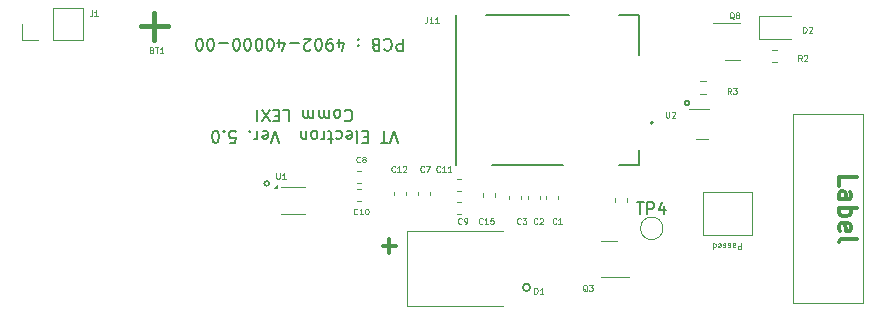
<source format=gbr>
%TF.GenerationSoftware,KiCad,Pcbnew,8.0.5*%
%TF.CreationDate,2024-09-13T15:02:39+03:00*%
%TF.ProjectId,LEXI-R422,4c455849-2d52-4343-9232-2e6b69636164,rev?*%
%TF.SameCoordinates,Original*%
%TF.FileFunction,Legend,Top*%
%TF.FilePolarity,Positive*%
%FSLAX46Y46*%
G04 Gerber Fmt 4.6, Leading zero omitted, Abs format (unit mm)*
G04 Created by KiCad (PCBNEW 8.0.5) date 2024-09-13 15:02:39*
%MOMM*%
%LPD*%
G01*
G04 APERTURE LIST*
%ADD10C,0.200000*%
%ADD11C,0.100000*%
%ADD12C,0.300000*%
%ADD13C,0.150000*%
%ADD14C,0.450000*%
%ADD15C,0.120000*%
%ADD16C,0.127000*%
G04 APERTURE END LIST*
D10*
X60000000Y14400000D02*
G75*
G02*
X59600000Y14400000I-200000J0D01*
G01*
X59600000Y14400000D02*
G75*
G02*
X60000000Y14400000I200000J0D01*
G01*
X46510047Y-1200000D02*
G75*
G02*
X45889953Y-1200000I-310047J0D01*
G01*
X45889953Y-1200000D02*
G75*
G02*
X46510047Y-1200000I310047J0D01*
G01*
X24400000Y7600000D02*
G75*
G02*
X24000000Y7600000I-200000J0D01*
G01*
X24000000Y7600000D02*
G75*
G02*
X24400000Y7600000I200000J0D01*
G01*
D11*
X61137800Y6858000D02*
X65252600Y6858000D01*
X65252600Y3200400D01*
X61137800Y3200400D01*
X61137800Y6858000D01*
D10*
X35738094Y19852219D02*
X35738094Y18852219D01*
X35738094Y18852219D02*
X35357142Y18852219D01*
X35357142Y18852219D02*
X35261904Y18899838D01*
X35261904Y18899838D02*
X35214285Y18947457D01*
X35214285Y18947457D02*
X35166666Y19042695D01*
X35166666Y19042695D02*
X35166666Y19185552D01*
X35166666Y19185552D02*
X35214285Y19280790D01*
X35214285Y19280790D02*
X35261904Y19328409D01*
X35261904Y19328409D02*
X35357142Y19376028D01*
X35357142Y19376028D02*
X35738094Y19376028D01*
X34166666Y19756980D02*
X34214285Y19804600D01*
X34214285Y19804600D02*
X34357142Y19852219D01*
X34357142Y19852219D02*
X34452380Y19852219D01*
X34452380Y19852219D02*
X34595237Y19804600D01*
X34595237Y19804600D02*
X34690475Y19709361D01*
X34690475Y19709361D02*
X34738094Y19614123D01*
X34738094Y19614123D02*
X34785713Y19423647D01*
X34785713Y19423647D02*
X34785713Y19280790D01*
X34785713Y19280790D02*
X34738094Y19090314D01*
X34738094Y19090314D02*
X34690475Y18995076D01*
X34690475Y18995076D02*
X34595237Y18899838D01*
X34595237Y18899838D02*
X34452380Y18852219D01*
X34452380Y18852219D02*
X34357142Y18852219D01*
X34357142Y18852219D02*
X34214285Y18899838D01*
X34214285Y18899838D02*
X34166666Y18947457D01*
X33404761Y19328409D02*
X33261904Y19376028D01*
X33261904Y19376028D02*
X33214285Y19423647D01*
X33214285Y19423647D02*
X33166666Y19518885D01*
X33166666Y19518885D02*
X33166666Y19661742D01*
X33166666Y19661742D02*
X33214285Y19756980D01*
X33214285Y19756980D02*
X33261904Y19804600D01*
X33261904Y19804600D02*
X33357142Y19852219D01*
X33357142Y19852219D02*
X33738094Y19852219D01*
X33738094Y19852219D02*
X33738094Y18852219D01*
X33738094Y18852219D02*
X33404761Y18852219D01*
X33404761Y18852219D02*
X33309523Y18899838D01*
X33309523Y18899838D02*
X33261904Y18947457D01*
X33261904Y18947457D02*
X33214285Y19042695D01*
X33214285Y19042695D02*
X33214285Y19137933D01*
X33214285Y19137933D02*
X33261904Y19233171D01*
X33261904Y19233171D02*
X33309523Y19280790D01*
X33309523Y19280790D02*
X33404761Y19328409D01*
X33404761Y19328409D02*
X33738094Y19328409D01*
X31976189Y19756980D02*
X31928570Y19804600D01*
X31928570Y19804600D02*
X31976189Y19852219D01*
X31976189Y19852219D02*
X32023808Y19804600D01*
X32023808Y19804600D02*
X31976189Y19756980D01*
X31976189Y19756980D02*
X31976189Y19852219D01*
X31976189Y19233171D02*
X31928570Y19280790D01*
X31928570Y19280790D02*
X31976189Y19328409D01*
X31976189Y19328409D02*
X32023808Y19280790D01*
X32023808Y19280790D02*
X31976189Y19233171D01*
X31976189Y19233171D02*
X31976189Y19328409D01*
X30309523Y19185552D02*
X30309523Y19852219D01*
X30547618Y18804600D02*
X30785713Y19518885D01*
X30785713Y19518885D02*
X30166666Y19518885D01*
X29738094Y19852219D02*
X29547618Y19852219D01*
X29547618Y19852219D02*
X29452380Y19804600D01*
X29452380Y19804600D02*
X29404761Y19756980D01*
X29404761Y19756980D02*
X29309523Y19614123D01*
X29309523Y19614123D02*
X29261904Y19423647D01*
X29261904Y19423647D02*
X29261904Y19042695D01*
X29261904Y19042695D02*
X29309523Y18947457D01*
X29309523Y18947457D02*
X29357142Y18899838D01*
X29357142Y18899838D02*
X29452380Y18852219D01*
X29452380Y18852219D02*
X29642856Y18852219D01*
X29642856Y18852219D02*
X29738094Y18899838D01*
X29738094Y18899838D02*
X29785713Y18947457D01*
X29785713Y18947457D02*
X29833332Y19042695D01*
X29833332Y19042695D02*
X29833332Y19280790D01*
X29833332Y19280790D02*
X29785713Y19376028D01*
X29785713Y19376028D02*
X29738094Y19423647D01*
X29738094Y19423647D02*
X29642856Y19471266D01*
X29642856Y19471266D02*
X29452380Y19471266D01*
X29452380Y19471266D02*
X29357142Y19423647D01*
X29357142Y19423647D02*
X29309523Y19376028D01*
X29309523Y19376028D02*
X29261904Y19280790D01*
X28642856Y18852219D02*
X28547618Y18852219D01*
X28547618Y18852219D02*
X28452380Y18899838D01*
X28452380Y18899838D02*
X28404761Y18947457D01*
X28404761Y18947457D02*
X28357142Y19042695D01*
X28357142Y19042695D02*
X28309523Y19233171D01*
X28309523Y19233171D02*
X28309523Y19471266D01*
X28309523Y19471266D02*
X28357142Y19661742D01*
X28357142Y19661742D02*
X28404761Y19756980D01*
X28404761Y19756980D02*
X28452380Y19804600D01*
X28452380Y19804600D02*
X28547618Y19852219D01*
X28547618Y19852219D02*
X28642856Y19852219D01*
X28642856Y19852219D02*
X28738094Y19804600D01*
X28738094Y19804600D02*
X28785713Y19756980D01*
X28785713Y19756980D02*
X28833332Y19661742D01*
X28833332Y19661742D02*
X28880951Y19471266D01*
X28880951Y19471266D02*
X28880951Y19233171D01*
X28880951Y19233171D02*
X28833332Y19042695D01*
X28833332Y19042695D02*
X28785713Y18947457D01*
X28785713Y18947457D02*
X28738094Y18899838D01*
X28738094Y18899838D02*
X28642856Y18852219D01*
X27928570Y18947457D02*
X27880951Y18899838D01*
X27880951Y18899838D02*
X27785713Y18852219D01*
X27785713Y18852219D02*
X27547618Y18852219D01*
X27547618Y18852219D02*
X27452380Y18899838D01*
X27452380Y18899838D02*
X27404761Y18947457D01*
X27404761Y18947457D02*
X27357142Y19042695D01*
X27357142Y19042695D02*
X27357142Y19137933D01*
X27357142Y19137933D02*
X27404761Y19280790D01*
X27404761Y19280790D02*
X27976189Y19852219D01*
X27976189Y19852219D02*
X27357142Y19852219D01*
X26928570Y19471266D02*
X26166666Y19471266D01*
X25261904Y19185552D02*
X25261904Y19852219D01*
X25499999Y18804600D02*
X25738094Y19518885D01*
X25738094Y19518885D02*
X25119047Y19518885D01*
X24547618Y18852219D02*
X24452380Y18852219D01*
X24452380Y18852219D02*
X24357142Y18899838D01*
X24357142Y18899838D02*
X24309523Y18947457D01*
X24309523Y18947457D02*
X24261904Y19042695D01*
X24261904Y19042695D02*
X24214285Y19233171D01*
X24214285Y19233171D02*
X24214285Y19471266D01*
X24214285Y19471266D02*
X24261904Y19661742D01*
X24261904Y19661742D02*
X24309523Y19756980D01*
X24309523Y19756980D02*
X24357142Y19804600D01*
X24357142Y19804600D02*
X24452380Y19852219D01*
X24452380Y19852219D02*
X24547618Y19852219D01*
X24547618Y19852219D02*
X24642856Y19804600D01*
X24642856Y19804600D02*
X24690475Y19756980D01*
X24690475Y19756980D02*
X24738094Y19661742D01*
X24738094Y19661742D02*
X24785713Y19471266D01*
X24785713Y19471266D02*
X24785713Y19233171D01*
X24785713Y19233171D02*
X24738094Y19042695D01*
X24738094Y19042695D02*
X24690475Y18947457D01*
X24690475Y18947457D02*
X24642856Y18899838D01*
X24642856Y18899838D02*
X24547618Y18852219D01*
X23595237Y18852219D02*
X23499999Y18852219D01*
X23499999Y18852219D02*
X23404761Y18899838D01*
X23404761Y18899838D02*
X23357142Y18947457D01*
X23357142Y18947457D02*
X23309523Y19042695D01*
X23309523Y19042695D02*
X23261904Y19233171D01*
X23261904Y19233171D02*
X23261904Y19471266D01*
X23261904Y19471266D02*
X23309523Y19661742D01*
X23309523Y19661742D02*
X23357142Y19756980D01*
X23357142Y19756980D02*
X23404761Y19804600D01*
X23404761Y19804600D02*
X23499999Y19852219D01*
X23499999Y19852219D02*
X23595237Y19852219D01*
X23595237Y19852219D02*
X23690475Y19804600D01*
X23690475Y19804600D02*
X23738094Y19756980D01*
X23738094Y19756980D02*
X23785713Y19661742D01*
X23785713Y19661742D02*
X23833332Y19471266D01*
X23833332Y19471266D02*
X23833332Y19233171D01*
X23833332Y19233171D02*
X23785713Y19042695D01*
X23785713Y19042695D02*
X23738094Y18947457D01*
X23738094Y18947457D02*
X23690475Y18899838D01*
X23690475Y18899838D02*
X23595237Y18852219D01*
X22642856Y18852219D02*
X22547618Y18852219D01*
X22547618Y18852219D02*
X22452380Y18899838D01*
X22452380Y18899838D02*
X22404761Y18947457D01*
X22404761Y18947457D02*
X22357142Y19042695D01*
X22357142Y19042695D02*
X22309523Y19233171D01*
X22309523Y19233171D02*
X22309523Y19471266D01*
X22309523Y19471266D02*
X22357142Y19661742D01*
X22357142Y19661742D02*
X22404761Y19756980D01*
X22404761Y19756980D02*
X22452380Y19804600D01*
X22452380Y19804600D02*
X22547618Y19852219D01*
X22547618Y19852219D02*
X22642856Y19852219D01*
X22642856Y19852219D02*
X22738094Y19804600D01*
X22738094Y19804600D02*
X22785713Y19756980D01*
X22785713Y19756980D02*
X22833332Y19661742D01*
X22833332Y19661742D02*
X22880951Y19471266D01*
X22880951Y19471266D02*
X22880951Y19233171D01*
X22880951Y19233171D02*
X22833332Y19042695D01*
X22833332Y19042695D02*
X22785713Y18947457D01*
X22785713Y18947457D02*
X22738094Y18899838D01*
X22738094Y18899838D02*
X22642856Y18852219D01*
X21690475Y18852219D02*
X21595237Y18852219D01*
X21595237Y18852219D02*
X21499999Y18899838D01*
X21499999Y18899838D02*
X21452380Y18947457D01*
X21452380Y18947457D02*
X21404761Y19042695D01*
X21404761Y19042695D02*
X21357142Y19233171D01*
X21357142Y19233171D02*
X21357142Y19471266D01*
X21357142Y19471266D02*
X21404761Y19661742D01*
X21404761Y19661742D02*
X21452380Y19756980D01*
X21452380Y19756980D02*
X21499999Y19804600D01*
X21499999Y19804600D02*
X21595237Y19852219D01*
X21595237Y19852219D02*
X21690475Y19852219D01*
X21690475Y19852219D02*
X21785713Y19804600D01*
X21785713Y19804600D02*
X21833332Y19756980D01*
X21833332Y19756980D02*
X21880951Y19661742D01*
X21880951Y19661742D02*
X21928570Y19471266D01*
X21928570Y19471266D02*
X21928570Y19233171D01*
X21928570Y19233171D02*
X21880951Y19042695D01*
X21880951Y19042695D02*
X21833332Y18947457D01*
X21833332Y18947457D02*
X21785713Y18899838D01*
X21785713Y18899838D02*
X21690475Y18852219D01*
X20928570Y19471266D02*
X20166666Y19471266D01*
X19499999Y18852219D02*
X19404761Y18852219D01*
X19404761Y18852219D02*
X19309523Y18899838D01*
X19309523Y18899838D02*
X19261904Y18947457D01*
X19261904Y18947457D02*
X19214285Y19042695D01*
X19214285Y19042695D02*
X19166666Y19233171D01*
X19166666Y19233171D02*
X19166666Y19471266D01*
X19166666Y19471266D02*
X19214285Y19661742D01*
X19214285Y19661742D02*
X19261904Y19756980D01*
X19261904Y19756980D02*
X19309523Y19804600D01*
X19309523Y19804600D02*
X19404761Y19852219D01*
X19404761Y19852219D02*
X19499999Y19852219D01*
X19499999Y19852219D02*
X19595237Y19804600D01*
X19595237Y19804600D02*
X19642856Y19756980D01*
X19642856Y19756980D02*
X19690475Y19661742D01*
X19690475Y19661742D02*
X19738094Y19471266D01*
X19738094Y19471266D02*
X19738094Y19233171D01*
X19738094Y19233171D02*
X19690475Y19042695D01*
X19690475Y19042695D02*
X19642856Y18947457D01*
X19642856Y18947457D02*
X19595237Y18899838D01*
X19595237Y18899838D02*
X19499999Y18852219D01*
X18547618Y18852219D02*
X18452380Y18852219D01*
X18452380Y18852219D02*
X18357142Y18899838D01*
X18357142Y18899838D02*
X18309523Y18947457D01*
X18309523Y18947457D02*
X18261904Y19042695D01*
X18261904Y19042695D02*
X18214285Y19233171D01*
X18214285Y19233171D02*
X18214285Y19471266D01*
X18214285Y19471266D02*
X18261904Y19661742D01*
X18261904Y19661742D02*
X18309523Y19756980D01*
X18309523Y19756980D02*
X18357142Y19804600D01*
X18357142Y19804600D02*
X18452380Y19852219D01*
X18452380Y19852219D02*
X18547618Y19852219D01*
X18547618Y19852219D02*
X18642856Y19804600D01*
X18642856Y19804600D02*
X18690475Y19756980D01*
X18690475Y19756980D02*
X18738094Y19661742D01*
X18738094Y19661742D02*
X18785713Y19471266D01*
X18785713Y19471266D02*
X18785713Y19233171D01*
X18785713Y19233171D02*
X18738094Y19042695D01*
X18738094Y19042695D02*
X18690475Y18947457D01*
X18690475Y18947457D02*
X18642856Y18899838D01*
X18642856Y18899838D02*
X18547618Y18852219D01*
X35304762Y11052219D02*
X34971429Y12052219D01*
X34971429Y12052219D02*
X34638096Y11052219D01*
X34447619Y11052219D02*
X33876191Y11052219D01*
X34161905Y12052219D02*
X34161905Y11052219D01*
X32780952Y11528409D02*
X32447619Y11528409D01*
X32304762Y12052219D02*
X32780952Y12052219D01*
X32780952Y12052219D02*
X32780952Y11052219D01*
X32780952Y11052219D02*
X32304762Y11052219D01*
X31733333Y12052219D02*
X31828571Y12004600D01*
X31828571Y12004600D02*
X31876190Y11909361D01*
X31876190Y11909361D02*
X31876190Y11052219D01*
X30971428Y12004600D02*
X31066666Y12052219D01*
X31066666Y12052219D02*
X31257142Y12052219D01*
X31257142Y12052219D02*
X31352380Y12004600D01*
X31352380Y12004600D02*
X31399999Y11909361D01*
X31399999Y11909361D02*
X31399999Y11528409D01*
X31399999Y11528409D02*
X31352380Y11433171D01*
X31352380Y11433171D02*
X31257142Y11385552D01*
X31257142Y11385552D02*
X31066666Y11385552D01*
X31066666Y11385552D02*
X30971428Y11433171D01*
X30971428Y11433171D02*
X30923809Y11528409D01*
X30923809Y11528409D02*
X30923809Y11623647D01*
X30923809Y11623647D02*
X31399999Y11718885D01*
X30066666Y12004600D02*
X30161904Y12052219D01*
X30161904Y12052219D02*
X30352380Y12052219D01*
X30352380Y12052219D02*
X30447618Y12004600D01*
X30447618Y12004600D02*
X30495237Y11956980D01*
X30495237Y11956980D02*
X30542856Y11861742D01*
X30542856Y11861742D02*
X30542856Y11576028D01*
X30542856Y11576028D02*
X30495237Y11480790D01*
X30495237Y11480790D02*
X30447618Y11433171D01*
X30447618Y11433171D02*
X30352380Y11385552D01*
X30352380Y11385552D02*
X30161904Y11385552D01*
X30161904Y11385552D02*
X30066666Y11433171D01*
X29780951Y11385552D02*
X29399999Y11385552D01*
X29638094Y11052219D02*
X29638094Y11909361D01*
X29638094Y11909361D02*
X29590475Y12004600D01*
X29590475Y12004600D02*
X29495237Y12052219D01*
X29495237Y12052219D02*
X29399999Y12052219D01*
X29066665Y12052219D02*
X29066665Y11385552D01*
X29066665Y11576028D02*
X29019046Y11480790D01*
X29019046Y11480790D02*
X28971427Y11433171D01*
X28971427Y11433171D02*
X28876189Y11385552D01*
X28876189Y11385552D02*
X28780951Y11385552D01*
X28304760Y12052219D02*
X28399998Y12004600D01*
X28399998Y12004600D02*
X28447617Y11956980D01*
X28447617Y11956980D02*
X28495236Y11861742D01*
X28495236Y11861742D02*
X28495236Y11576028D01*
X28495236Y11576028D02*
X28447617Y11480790D01*
X28447617Y11480790D02*
X28399998Y11433171D01*
X28399998Y11433171D02*
X28304760Y11385552D01*
X28304760Y11385552D02*
X28161903Y11385552D01*
X28161903Y11385552D02*
X28066665Y11433171D01*
X28066665Y11433171D02*
X28019046Y11480790D01*
X28019046Y11480790D02*
X27971427Y11576028D01*
X27971427Y11576028D02*
X27971427Y11861742D01*
X27971427Y11861742D02*
X28019046Y11956980D01*
X28019046Y11956980D02*
X28066665Y12004600D01*
X28066665Y12004600D02*
X28161903Y12052219D01*
X28161903Y12052219D02*
X28304760Y12052219D01*
X27542855Y11385552D02*
X27542855Y12052219D01*
X27542855Y11480790D02*
X27495236Y11433171D01*
X27495236Y11433171D02*
X27399998Y11385552D01*
X27399998Y11385552D02*
X27257141Y11385552D01*
X27257141Y11385552D02*
X27161903Y11433171D01*
X27161903Y11433171D02*
X27114284Y11528409D01*
X27114284Y11528409D02*
X27114284Y12052219D01*
X25257140Y11052219D02*
X24923807Y12052219D01*
X24923807Y12052219D02*
X24590474Y11052219D01*
X23876188Y12004600D02*
X23971426Y12052219D01*
X23971426Y12052219D02*
X24161902Y12052219D01*
X24161902Y12052219D02*
X24257140Y12004600D01*
X24257140Y12004600D02*
X24304759Y11909361D01*
X24304759Y11909361D02*
X24304759Y11528409D01*
X24304759Y11528409D02*
X24257140Y11433171D01*
X24257140Y11433171D02*
X24161902Y11385552D01*
X24161902Y11385552D02*
X23971426Y11385552D01*
X23971426Y11385552D02*
X23876188Y11433171D01*
X23876188Y11433171D02*
X23828569Y11528409D01*
X23828569Y11528409D02*
X23828569Y11623647D01*
X23828569Y11623647D02*
X24304759Y11718885D01*
X23399997Y12052219D02*
X23399997Y11385552D01*
X23399997Y11576028D02*
X23352378Y11480790D01*
X23352378Y11480790D02*
X23304759Y11433171D01*
X23304759Y11433171D02*
X23209521Y11385552D01*
X23209521Y11385552D02*
X23114283Y11385552D01*
X22780949Y11956980D02*
X22733330Y12004600D01*
X22733330Y12004600D02*
X22780949Y12052219D01*
X22780949Y12052219D02*
X22828568Y12004600D01*
X22828568Y12004600D02*
X22780949Y11956980D01*
X22780949Y11956980D02*
X22780949Y12052219D01*
X21066664Y11052219D02*
X21542854Y11052219D01*
X21542854Y11052219D02*
X21590473Y11528409D01*
X21590473Y11528409D02*
X21542854Y11480790D01*
X21542854Y11480790D02*
X21447616Y11433171D01*
X21447616Y11433171D02*
X21209521Y11433171D01*
X21209521Y11433171D02*
X21114283Y11480790D01*
X21114283Y11480790D02*
X21066664Y11528409D01*
X21066664Y11528409D02*
X21019045Y11623647D01*
X21019045Y11623647D02*
X21019045Y11861742D01*
X21019045Y11861742D02*
X21066664Y11956980D01*
X21066664Y11956980D02*
X21114283Y12004600D01*
X21114283Y12004600D02*
X21209521Y12052219D01*
X21209521Y12052219D02*
X21447616Y12052219D01*
X21447616Y12052219D02*
X21542854Y12004600D01*
X21542854Y12004600D02*
X21590473Y11956980D01*
X20590473Y11956980D02*
X20542854Y12004600D01*
X20542854Y12004600D02*
X20590473Y12052219D01*
X20590473Y12052219D02*
X20638092Y12004600D01*
X20638092Y12004600D02*
X20590473Y11956980D01*
X20590473Y11956980D02*
X20590473Y12052219D01*
X19923807Y11052219D02*
X19828569Y11052219D01*
X19828569Y11052219D02*
X19733331Y11099838D01*
X19733331Y11099838D02*
X19685712Y11147457D01*
X19685712Y11147457D02*
X19638093Y11242695D01*
X19638093Y11242695D02*
X19590474Y11433171D01*
X19590474Y11433171D02*
X19590474Y11671266D01*
X19590474Y11671266D02*
X19638093Y11861742D01*
X19638093Y11861742D02*
X19685712Y11956980D01*
X19685712Y11956980D02*
X19733331Y12004600D01*
X19733331Y12004600D02*
X19828569Y12052219D01*
X19828569Y12052219D02*
X19923807Y12052219D01*
X19923807Y12052219D02*
X20019045Y12004600D01*
X20019045Y12004600D02*
X20066664Y11956980D01*
X20066664Y11956980D02*
X20114283Y11861742D01*
X20114283Y11861742D02*
X20161902Y11671266D01*
X20161902Y11671266D02*
X20161902Y11433171D01*
X20161902Y11433171D02*
X20114283Y11242695D01*
X20114283Y11242695D02*
X20066664Y11147457D01*
X20066664Y11147457D02*
X20019045Y11099838D01*
X20019045Y11099838D02*
X19923807Y11052219D01*
D12*
X72651471Y7389571D02*
X72651471Y8103857D01*
X72651471Y8103857D02*
X74151471Y8103857D01*
X72651471Y6246714D02*
X73437185Y6246714D01*
X73437185Y6246714D02*
X73580042Y6318142D01*
X73580042Y6318142D02*
X73651471Y6460999D01*
X73651471Y6460999D02*
X73651471Y6746714D01*
X73651471Y6746714D02*
X73580042Y6889571D01*
X72722900Y6246714D02*
X72651471Y6389571D01*
X72651471Y6389571D02*
X72651471Y6746714D01*
X72651471Y6746714D02*
X72722900Y6889571D01*
X72722900Y6889571D02*
X72865757Y6960999D01*
X72865757Y6960999D02*
X73008614Y6960999D01*
X73008614Y6960999D02*
X73151471Y6889571D01*
X73151471Y6889571D02*
X73222900Y6746714D01*
X73222900Y6746714D02*
X73222900Y6389571D01*
X73222900Y6389571D02*
X73294328Y6246714D01*
X72651471Y5532428D02*
X74151471Y5532428D01*
X73580042Y5532428D02*
X73651471Y5389571D01*
X73651471Y5389571D02*
X73651471Y5103856D01*
X73651471Y5103856D02*
X73580042Y4960999D01*
X73580042Y4960999D02*
X73508614Y4889571D01*
X73508614Y4889571D02*
X73365757Y4818142D01*
X73365757Y4818142D02*
X72937185Y4818142D01*
X72937185Y4818142D02*
X72794328Y4889571D01*
X72794328Y4889571D02*
X72722900Y4960999D01*
X72722900Y4960999D02*
X72651471Y5103856D01*
X72651471Y5103856D02*
X72651471Y5389571D01*
X72651471Y5389571D02*
X72722900Y5532428D01*
X72722900Y3603856D02*
X72651471Y3746713D01*
X72651471Y3746713D02*
X72651471Y4032428D01*
X72651471Y4032428D02*
X72722900Y4175285D01*
X72722900Y4175285D02*
X72865757Y4246713D01*
X72865757Y4246713D02*
X73437185Y4246713D01*
X73437185Y4246713D02*
X73580042Y4175285D01*
X73580042Y4175285D02*
X73651471Y4032428D01*
X73651471Y4032428D02*
X73651471Y3746713D01*
X73651471Y3746713D02*
X73580042Y3603856D01*
X73580042Y3603856D02*
X73437185Y3532428D01*
X73437185Y3532428D02*
X73294328Y3532428D01*
X73294328Y3532428D02*
X73151471Y4246713D01*
X72651471Y2675285D02*
X72722900Y2818142D01*
X72722900Y2818142D02*
X72865757Y2889571D01*
X72865757Y2889571D02*
X74151471Y2889571D01*
D11*
X64372180Y2537509D02*
X64372180Y2037509D01*
X64372180Y2037509D02*
X64181704Y2037509D01*
X64181704Y2037509D02*
X64134085Y2061319D01*
X64134085Y2061319D02*
X64110275Y2085128D01*
X64110275Y2085128D02*
X64086466Y2132747D01*
X64086466Y2132747D02*
X64086466Y2204176D01*
X64086466Y2204176D02*
X64110275Y2251795D01*
X64110275Y2251795D02*
X64134085Y2275604D01*
X64134085Y2275604D02*
X64181704Y2299414D01*
X64181704Y2299414D02*
X64372180Y2299414D01*
X63657894Y2537509D02*
X63657894Y2275604D01*
X63657894Y2275604D02*
X63681704Y2227985D01*
X63681704Y2227985D02*
X63729323Y2204176D01*
X63729323Y2204176D02*
X63824561Y2204176D01*
X63824561Y2204176D02*
X63872180Y2227985D01*
X63657894Y2513700D02*
X63705513Y2537509D01*
X63705513Y2537509D02*
X63824561Y2537509D01*
X63824561Y2537509D02*
X63872180Y2513700D01*
X63872180Y2513700D02*
X63895989Y2466080D01*
X63895989Y2466080D02*
X63895989Y2418461D01*
X63895989Y2418461D02*
X63872180Y2370842D01*
X63872180Y2370842D02*
X63824561Y2347033D01*
X63824561Y2347033D02*
X63705513Y2347033D01*
X63705513Y2347033D02*
X63657894Y2323223D01*
X63443608Y2513700D02*
X63395989Y2537509D01*
X63395989Y2537509D02*
X63300751Y2537509D01*
X63300751Y2537509D02*
X63253132Y2513700D01*
X63253132Y2513700D02*
X63229323Y2466080D01*
X63229323Y2466080D02*
X63229323Y2442271D01*
X63229323Y2442271D02*
X63253132Y2394652D01*
X63253132Y2394652D02*
X63300751Y2370842D01*
X63300751Y2370842D02*
X63372180Y2370842D01*
X63372180Y2370842D02*
X63419799Y2347033D01*
X63419799Y2347033D02*
X63443608Y2299414D01*
X63443608Y2299414D02*
X63443608Y2275604D01*
X63443608Y2275604D02*
X63419799Y2227985D01*
X63419799Y2227985D02*
X63372180Y2204176D01*
X63372180Y2204176D02*
X63300751Y2204176D01*
X63300751Y2204176D02*
X63253132Y2227985D01*
X63038846Y2513700D02*
X62991227Y2537509D01*
X62991227Y2537509D02*
X62895989Y2537509D01*
X62895989Y2537509D02*
X62848370Y2513700D01*
X62848370Y2513700D02*
X62824561Y2466080D01*
X62824561Y2466080D02*
X62824561Y2442271D01*
X62824561Y2442271D02*
X62848370Y2394652D01*
X62848370Y2394652D02*
X62895989Y2370842D01*
X62895989Y2370842D02*
X62967418Y2370842D01*
X62967418Y2370842D02*
X63015037Y2347033D01*
X63015037Y2347033D02*
X63038846Y2299414D01*
X63038846Y2299414D02*
X63038846Y2275604D01*
X63038846Y2275604D02*
X63015037Y2227985D01*
X63015037Y2227985D02*
X62967418Y2204176D01*
X62967418Y2204176D02*
X62895989Y2204176D01*
X62895989Y2204176D02*
X62848370Y2227985D01*
X62419799Y2513700D02*
X62467418Y2537509D01*
X62467418Y2537509D02*
X62562656Y2537509D01*
X62562656Y2537509D02*
X62610275Y2513700D01*
X62610275Y2513700D02*
X62634084Y2466080D01*
X62634084Y2466080D02*
X62634084Y2275604D01*
X62634084Y2275604D02*
X62610275Y2227985D01*
X62610275Y2227985D02*
X62562656Y2204176D01*
X62562656Y2204176D02*
X62467418Y2204176D01*
X62467418Y2204176D02*
X62419799Y2227985D01*
X62419799Y2227985D02*
X62395989Y2275604D01*
X62395989Y2275604D02*
X62395989Y2323223D01*
X62395989Y2323223D02*
X62634084Y2370842D01*
X61967418Y2537509D02*
X61967418Y2037509D01*
X61967418Y2513700D02*
X62015037Y2537509D01*
X62015037Y2537509D02*
X62110275Y2537509D01*
X62110275Y2537509D02*
X62157894Y2513700D01*
X62157894Y2513700D02*
X62181704Y2489890D01*
X62181704Y2489890D02*
X62205513Y2442271D01*
X62205513Y2442271D02*
X62205513Y2299414D01*
X62205513Y2299414D02*
X62181704Y2251795D01*
X62181704Y2251795D02*
X62157894Y2227985D01*
X62157894Y2227985D02*
X62110275Y2204176D01*
X62110275Y2204176D02*
X62015037Y2204176D01*
X62015037Y2204176D02*
X61967418Y2227985D01*
D10*
X30828571Y13752008D02*
X30876190Y13799628D01*
X30876190Y13799628D02*
X31019047Y13847247D01*
X31019047Y13847247D02*
X31114285Y13847247D01*
X31114285Y13847247D02*
X31257142Y13799628D01*
X31257142Y13799628D02*
X31352380Y13704389D01*
X31352380Y13704389D02*
X31399999Y13609151D01*
X31399999Y13609151D02*
X31447618Y13418675D01*
X31447618Y13418675D02*
X31447618Y13275818D01*
X31447618Y13275818D02*
X31399999Y13085342D01*
X31399999Y13085342D02*
X31352380Y12990104D01*
X31352380Y12990104D02*
X31257142Y12894866D01*
X31257142Y12894866D02*
X31114285Y12847247D01*
X31114285Y12847247D02*
X31019047Y12847247D01*
X31019047Y12847247D02*
X30876190Y12894866D01*
X30876190Y12894866D02*
X30828571Y12942485D01*
X30257142Y13847247D02*
X30352380Y13799628D01*
X30352380Y13799628D02*
X30399999Y13752008D01*
X30399999Y13752008D02*
X30447618Y13656770D01*
X30447618Y13656770D02*
X30447618Y13371056D01*
X30447618Y13371056D02*
X30399999Y13275818D01*
X30399999Y13275818D02*
X30352380Y13228199D01*
X30352380Y13228199D02*
X30257142Y13180580D01*
X30257142Y13180580D02*
X30114285Y13180580D01*
X30114285Y13180580D02*
X30019047Y13228199D01*
X30019047Y13228199D02*
X29971428Y13275818D01*
X29971428Y13275818D02*
X29923809Y13371056D01*
X29923809Y13371056D02*
X29923809Y13656770D01*
X29923809Y13656770D02*
X29971428Y13752008D01*
X29971428Y13752008D02*
X30019047Y13799628D01*
X30019047Y13799628D02*
X30114285Y13847247D01*
X30114285Y13847247D02*
X30257142Y13847247D01*
X29495237Y13847247D02*
X29495237Y13180580D01*
X29495237Y13275818D02*
X29447618Y13228199D01*
X29447618Y13228199D02*
X29352380Y13180580D01*
X29352380Y13180580D02*
X29209523Y13180580D01*
X29209523Y13180580D02*
X29114285Y13228199D01*
X29114285Y13228199D02*
X29066666Y13323437D01*
X29066666Y13323437D02*
X29066666Y13847247D01*
X29066666Y13323437D02*
X29019047Y13228199D01*
X29019047Y13228199D02*
X28923809Y13180580D01*
X28923809Y13180580D02*
X28780952Y13180580D01*
X28780952Y13180580D02*
X28685713Y13228199D01*
X28685713Y13228199D02*
X28638094Y13323437D01*
X28638094Y13323437D02*
X28638094Y13847247D01*
X28161904Y13847247D02*
X28161904Y13180580D01*
X28161904Y13275818D02*
X28114285Y13228199D01*
X28114285Y13228199D02*
X28019047Y13180580D01*
X28019047Y13180580D02*
X27876190Y13180580D01*
X27876190Y13180580D02*
X27780952Y13228199D01*
X27780952Y13228199D02*
X27733333Y13323437D01*
X27733333Y13323437D02*
X27733333Y13847247D01*
X27733333Y13323437D02*
X27685714Y13228199D01*
X27685714Y13228199D02*
X27590476Y13180580D01*
X27590476Y13180580D02*
X27447619Y13180580D01*
X27447619Y13180580D02*
X27352380Y13228199D01*
X27352380Y13228199D02*
X27304761Y13323437D01*
X27304761Y13323437D02*
X27304761Y13847247D01*
X25590476Y13847247D02*
X26066666Y13847247D01*
X26066666Y13847247D02*
X26066666Y12847247D01*
X25257142Y13323437D02*
X24923809Y13323437D01*
X24780952Y13847247D02*
X25257142Y13847247D01*
X25257142Y13847247D02*
X25257142Y12847247D01*
X25257142Y12847247D02*
X24780952Y12847247D01*
X24447618Y12847247D02*
X23780952Y13847247D01*
X23780952Y12847247D02*
X24447618Y13847247D01*
X23399999Y13847247D02*
X23399999Y12847247D01*
D12*
X34028571Y2293100D02*
X35171429Y2293100D01*
X34600000Y1721671D02*
X34600000Y2864528D01*
D11*
X48716666Y4221509D02*
X48692857Y4197700D01*
X48692857Y4197700D02*
X48621428Y4173890D01*
X48621428Y4173890D02*
X48573809Y4173890D01*
X48573809Y4173890D02*
X48502381Y4197700D01*
X48502381Y4197700D02*
X48454762Y4245319D01*
X48454762Y4245319D02*
X48430952Y4292938D01*
X48430952Y4292938D02*
X48407143Y4388176D01*
X48407143Y4388176D02*
X48407143Y4459604D01*
X48407143Y4459604D02*
X48430952Y4554842D01*
X48430952Y4554842D02*
X48454762Y4602461D01*
X48454762Y4602461D02*
X48502381Y4650080D01*
X48502381Y4650080D02*
X48573809Y4673890D01*
X48573809Y4673890D02*
X48621428Y4673890D01*
X48621428Y4673890D02*
X48692857Y4650080D01*
X48692857Y4650080D02*
X48716666Y4626271D01*
X49192857Y4173890D02*
X48907143Y4173890D01*
X49050000Y4173890D02*
X49050000Y4673890D01*
X49050000Y4673890D02*
X49002381Y4602461D01*
X49002381Y4602461D02*
X48954762Y4554842D01*
X48954762Y4554842D02*
X48907143Y4531033D01*
X47116666Y4221509D02*
X47092857Y4197700D01*
X47092857Y4197700D02*
X47021428Y4173890D01*
X47021428Y4173890D02*
X46973809Y4173890D01*
X46973809Y4173890D02*
X46902381Y4197700D01*
X46902381Y4197700D02*
X46854762Y4245319D01*
X46854762Y4245319D02*
X46830952Y4292938D01*
X46830952Y4292938D02*
X46807143Y4388176D01*
X46807143Y4388176D02*
X46807143Y4459604D01*
X46807143Y4459604D02*
X46830952Y4554842D01*
X46830952Y4554842D02*
X46854762Y4602461D01*
X46854762Y4602461D02*
X46902381Y4650080D01*
X46902381Y4650080D02*
X46973809Y4673890D01*
X46973809Y4673890D02*
X47021428Y4673890D01*
X47021428Y4673890D02*
X47092857Y4650080D01*
X47092857Y4650080D02*
X47116666Y4626271D01*
X47307143Y4626271D02*
X47330952Y4650080D01*
X47330952Y4650080D02*
X47378571Y4673890D01*
X47378571Y4673890D02*
X47497619Y4673890D01*
X47497619Y4673890D02*
X47545238Y4650080D01*
X47545238Y4650080D02*
X47569047Y4626271D01*
X47569047Y4626271D02*
X47592857Y4578652D01*
X47592857Y4578652D02*
X47592857Y4531033D01*
X47592857Y4531033D02*
X47569047Y4459604D01*
X47569047Y4459604D02*
X47283333Y4173890D01*
X47283333Y4173890D02*
X47592857Y4173890D01*
X45716666Y4221509D02*
X45692857Y4197700D01*
X45692857Y4197700D02*
X45621428Y4173890D01*
X45621428Y4173890D02*
X45573809Y4173890D01*
X45573809Y4173890D02*
X45502381Y4197700D01*
X45502381Y4197700D02*
X45454762Y4245319D01*
X45454762Y4245319D02*
X45430952Y4292938D01*
X45430952Y4292938D02*
X45407143Y4388176D01*
X45407143Y4388176D02*
X45407143Y4459604D01*
X45407143Y4459604D02*
X45430952Y4554842D01*
X45430952Y4554842D02*
X45454762Y4602461D01*
X45454762Y4602461D02*
X45502381Y4650080D01*
X45502381Y4650080D02*
X45573809Y4673890D01*
X45573809Y4673890D02*
X45621428Y4673890D01*
X45621428Y4673890D02*
X45692857Y4650080D01*
X45692857Y4650080D02*
X45716666Y4626271D01*
X45883333Y4673890D02*
X46192857Y4673890D01*
X46192857Y4673890D02*
X46026190Y4483414D01*
X46026190Y4483414D02*
X46097619Y4483414D01*
X46097619Y4483414D02*
X46145238Y4459604D01*
X46145238Y4459604D02*
X46169047Y4435795D01*
X46169047Y4435795D02*
X46192857Y4388176D01*
X46192857Y4388176D02*
X46192857Y4269128D01*
X46192857Y4269128D02*
X46169047Y4221509D01*
X46169047Y4221509D02*
X46145238Y4197700D01*
X46145238Y4197700D02*
X46097619Y4173890D01*
X46097619Y4173890D02*
X45954762Y4173890D01*
X45954762Y4173890D02*
X45907143Y4197700D01*
X45907143Y4197700D02*
X45883333Y4221509D01*
X37516666Y8621509D02*
X37492857Y8597700D01*
X37492857Y8597700D02*
X37421428Y8573890D01*
X37421428Y8573890D02*
X37373809Y8573890D01*
X37373809Y8573890D02*
X37302381Y8597700D01*
X37302381Y8597700D02*
X37254762Y8645319D01*
X37254762Y8645319D02*
X37230952Y8692938D01*
X37230952Y8692938D02*
X37207143Y8788176D01*
X37207143Y8788176D02*
X37207143Y8859604D01*
X37207143Y8859604D02*
X37230952Y8954842D01*
X37230952Y8954842D02*
X37254762Y9002461D01*
X37254762Y9002461D02*
X37302381Y9050080D01*
X37302381Y9050080D02*
X37373809Y9073890D01*
X37373809Y9073890D02*
X37421428Y9073890D01*
X37421428Y9073890D02*
X37492857Y9050080D01*
X37492857Y9050080D02*
X37516666Y9026271D01*
X37683333Y9073890D02*
X38016666Y9073890D01*
X38016666Y9073890D02*
X37802381Y8573890D01*
X32116666Y9421509D02*
X32092857Y9397700D01*
X32092857Y9397700D02*
X32021428Y9373890D01*
X32021428Y9373890D02*
X31973809Y9373890D01*
X31973809Y9373890D02*
X31902381Y9397700D01*
X31902381Y9397700D02*
X31854762Y9445319D01*
X31854762Y9445319D02*
X31830952Y9492938D01*
X31830952Y9492938D02*
X31807143Y9588176D01*
X31807143Y9588176D02*
X31807143Y9659604D01*
X31807143Y9659604D02*
X31830952Y9754842D01*
X31830952Y9754842D02*
X31854762Y9802461D01*
X31854762Y9802461D02*
X31902381Y9850080D01*
X31902381Y9850080D02*
X31973809Y9873890D01*
X31973809Y9873890D02*
X32021428Y9873890D01*
X32021428Y9873890D02*
X32092857Y9850080D01*
X32092857Y9850080D02*
X32116666Y9826271D01*
X32402381Y9659604D02*
X32354762Y9683414D01*
X32354762Y9683414D02*
X32330952Y9707223D01*
X32330952Y9707223D02*
X32307143Y9754842D01*
X32307143Y9754842D02*
X32307143Y9778652D01*
X32307143Y9778652D02*
X32330952Y9826271D01*
X32330952Y9826271D02*
X32354762Y9850080D01*
X32354762Y9850080D02*
X32402381Y9873890D01*
X32402381Y9873890D02*
X32497619Y9873890D01*
X32497619Y9873890D02*
X32545238Y9850080D01*
X32545238Y9850080D02*
X32569047Y9826271D01*
X32569047Y9826271D02*
X32592857Y9778652D01*
X32592857Y9778652D02*
X32592857Y9754842D01*
X32592857Y9754842D02*
X32569047Y9707223D01*
X32569047Y9707223D02*
X32545238Y9683414D01*
X32545238Y9683414D02*
X32497619Y9659604D01*
X32497619Y9659604D02*
X32402381Y9659604D01*
X32402381Y9659604D02*
X32354762Y9635795D01*
X32354762Y9635795D02*
X32330952Y9611985D01*
X32330952Y9611985D02*
X32307143Y9564366D01*
X32307143Y9564366D02*
X32307143Y9469128D01*
X32307143Y9469128D02*
X32330952Y9421509D01*
X32330952Y9421509D02*
X32354762Y9397700D01*
X32354762Y9397700D02*
X32402381Y9373890D01*
X32402381Y9373890D02*
X32497619Y9373890D01*
X32497619Y9373890D02*
X32545238Y9397700D01*
X32545238Y9397700D02*
X32569047Y9421509D01*
X32569047Y9421509D02*
X32592857Y9469128D01*
X32592857Y9469128D02*
X32592857Y9564366D01*
X32592857Y9564366D02*
X32569047Y9611985D01*
X32569047Y9611985D02*
X32545238Y9635795D01*
X32545238Y9635795D02*
X32497619Y9659604D01*
X40716666Y4221509D02*
X40692857Y4197700D01*
X40692857Y4197700D02*
X40621428Y4173890D01*
X40621428Y4173890D02*
X40573809Y4173890D01*
X40573809Y4173890D02*
X40502381Y4197700D01*
X40502381Y4197700D02*
X40454762Y4245319D01*
X40454762Y4245319D02*
X40430952Y4292938D01*
X40430952Y4292938D02*
X40407143Y4388176D01*
X40407143Y4388176D02*
X40407143Y4459604D01*
X40407143Y4459604D02*
X40430952Y4554842D01*
X40430952Y4554842D02*
X40454762Y4602461D01*
X40454762Y4602461D02*
X40502381Y4650080D01*
X40502381Y4650080D02*
X40573809Y4673890D01*
X40573809Y4673890D02*
X40621428Y4673890D01*
X40621428Y4673890D02*
X40692857Y4650080D01*
X40692857Y4650080D02*
X40716666Y4626271D01*
X40954762Y4173890D02*
X41050000Y4173890D01*
X41050000Y4173890D02*
X41097619Y4197700D01*
X41097619Y4197700D02*
X41121428Y4221509D01*
X41121428Y4221509D02*
X41169047Y4292938D01*
X41169047Y4292938D02*
X41192857Y4388176D01*
X41192857Y4388176D02*
X41192857Y4578652D01*
X41192857Y4578652D02*
X41169047Y4626271D01*
X41169047Y4626271D02*
X41145238Y4650080D01*
X41145238Y4650080D02*
X41097619Y4673890D01*
X41097619Y4673890D02*
X41002381Y4673890D01*
X41002381Y4673890D02*
X40954762Y4650080D01*
X40954762Y4650080D02*
X40930952Y4626271D01*
X40930952Y4626271D02*
X40907143Y4578652D01*
X40907143Y4578652D02*
X40907143Y4459604D01*
X40907143Y4459604D02*
X40930952Y4411985D01*
X40930952Y4411985D02*
X40954762Y4388176D01*
X40954762Y4388176D02*
X41002381Y4364366D01*
X41002381Y4364366D02*
X41097619Y4364366D01*
X41097619Y4364366D02*
X41145238Y4388176D01*
X41145238Y4388176D02*
X41169047Y4411985D01*
X41169047Y4411985D02*
X41192857Y4459604D01*
X31878571Y5021509D02*
X31854762Y4997700D01*
X31854762Y4997700D02*
X31783333Y4973890D01*
X31783333Y4973890D02*
X31735714Y4973890D01*
X31735714Y4973890D02*
X31664286Y4997700D01*
X31664286Y4997700D02*
X31616667Y5045319D01*
X31616667Y5045319D02*
X31592857Y5092938D01*
X31592857Y5092938D02*
X31569048Y5188176D01*
X31569048Y5188176D02*
X31569048Y5259604D01*
X31569048Y5259604D02*
X31592857Y5354842D01*
X31592857Y5354842D02*
X31616667Y5402461D01*
X31616667Y5402461D02*
X31664286Y5450080D01*
X31664286Y5450080D02*
X31735714Y5473890D01*
X31735714Y5473890D02*
X31783333Y5473890D01*
X31783333Y5473890D02*
X31854762Y5450080D01*
X31854762Y5450080D02*
X31878571Y5426271D01*
X32354762Y4973890D02*
X32069048Y4973890D01*
X32211905Y4973890D02*
X32211905Y5473890D01*
X32211905Y5473890D02*
X32164286Y5402461D01*
X32164286Y5402461D02*
X32116667Y5354842D01*
X32116667Y5354842D02*
X32069048Y5331033D01*
X32664285Y5473890D02*
X32711904Y5473890D01*
X32711904Y5473890D02*
X32759523Y5450080D01*
X32759523Y5450080D02*
X32783333Y5426271D01*
X32783333Y5426271D02*
X32807142Y5378652D01*
X32807142Y5378652D02*
X32830952Y5283414D01*
X32830952Y5283414D02*
X32830952Y5164366D01*
X32830952Y5164366D02*
X32807142Y5069128D01*
X32807142Y5069128D02*
X32783333Y5021509D01*
X32783333Y5021509D02*
X32759523Y4997700D01*
X32759523Y4997700D02*
X32711904Y4973890D01*
X32711904Y4973890D02*
X32664285Y4973890D01*
X32664285Y4973890D02*
X32616666Y4997700D01*
X32616666Y4997700D02*
X32592857Y5021509D01*
X32592857Y5021509D02*
X32569047Y5069128D01*
X32569047Y5069128D02*
X32545238Y5164366D01*
X32545238Y5164366D02*
X32545238Y5283414D01*
X32545238Y5283414D02*
X32569047Y5378652D01*
X32569047Y5378652D02*
X32592857Y5426271D01*
X32592857Y5426271D02*
X32616666Y5450080D01*
X32616666Y5450080D02*
X32664285Y5473890D01*
X38878571Y8621509D02*
X38854762Y8597700D01*
X38854762Y8597700D02*
X38783333Y8573890D01*
X38783333Y8573890D02*
X38735714Y8573890D01*
X38735714Y8573890D02*
X38664286Y8597700D01*
X38664286Y8597700D02*
X38616667Y8645319D01*
X38616667Y8645319D02*
X38592857Y8692938D01*
X38592857Y8692938D02*
X38569048Y8788176D01*
X38569048Y8788176D02*
X38569048Y8859604D01*
X38569048Y8859604D02*
X38592857Y8954842D01*
X38592857Y8954842D02*
X38616667Y9002461D01*
X38616667Y9002461D02*
X38664286Y9050080D01*
X38664286Y9050080D02*
X38735714Y9073890D01*
X38735714Y9073890D02*
X38783333Y9073890D01*
X38783333Y9073890D02*
X38854762Y9050080D01*
X38854762Y9050080D02*
X38878571Y9026271D01*
X39354762Y8573890D02*
X39069048Y8573890D01*
X39211905Y8573890D02*
X39211905Y9073890D01*
X39211905Y9073890D02*
X39164286Y9002461D01*
X39164286Y9002461D02*
X39116667Y8954842D01*
X39116667Y8954842D02*
X39069048Y8931033D01*
X39830952Y8573890D02*
X39545238Y8573890D01*
X39688095Y8573890D02*
X39688095Y9073890D01*
X39688095Y9073890D02*
X39640476Y9002461D01*
X39640476Y9002461D02*
X39592857Y8954842D01*
X39592857Y8954842D02*
X39545238Y8931033D01*
X35078571Y8621509D02*
X35054762Y8597700D01*
X35054762Y8597700D02*
X34983333Y8573890D01*
X34983333Y8573890D02*
X34935714Y8573890D01*
X34935714Y8573890D02*
X34864286Y8597700D01*
X34864286Y8597700D02*
X34816667Y8645319D01*
X34816667Y8645319D02*
X34792857Y8692938D01*
X34792857Y8692938D02*
X34769048Y8788176D01*
X34769048Y8788176D02*
X34769048Y8859604D01*
X34769048Y8859604D02*
X34792857Y8954842D01*
X34792857Y8954842D02*
X34816667Y9002461D01*
X34816667Y9002461D02*
X34864286Y9050080D01*
X34864286Y9050080D02*
X34935714Y9073890D01*
X34935714Y9073890D02*
X34983333Y9073890D01*
X34983333Y9073890D02*
X35054762Y9050080D01*
X35054762Y9050080D02*
X35078571Y9026271D01*
X35554762Y8573890D02*
X35269048Y8573890D01*
X35411905Y8573890D02*
X35411905Y9073890D01*
X35411905Y9073890D02*
X35364286Y9002461D01*
X35364286Y9002461D02*
X35316667Y8954842D01*
X35316667Y8954842D02*
X35269048Y8931033D01*
X35745238Y9026271D02*
X35769047Y9050080D01*
X35769047Y9050080D02*
X35816666Y9073890D01*
X35816666Y9073890D02*
X35935714Y9073890D01*
X35935714Y9073890D02*
X35983333Y9050080D01*
X35983333Y9050080D02*
X36007142Y9026271D01*
X36007142Y9026271D02*
X36030952Y8978652D01*
X36030952Y8978652D02*
X36030952Y8931033D01*
X36030952Y8931033D02*
X36007142Y8859604D01*
X36007142Y8859604D02*
X35721428Y8573890D01*
X35721428Y8573890D02*
X36030952Y8573890D01*
X46871152Y-1738909D02*
X46871152Y-1238909D01*
X46871152Y-1238909D02*
X46990200Y-1238909D01*
X46990200Y-1238909D02*
X47061628Y-1262719D01*
X47061628Y-1262719D02*
X47109247Y-1310338D01*
X47109247Y-1310338D02*
X47133057Y-1357957D01*
X47133057Y-1357957D02*
X47156866Y-1453195D01*
X47156866Y-1453195D02*
X47156866Y-1524623D01*
X47156866Y-1524623D02*
X47133057Y-1619861D01*
X47133057Y-1619861D02*
X47109247Y-1667480D01*
X47109247Y-1667480D02*
X47061628Y-1715100D01*
X47061628Y-1715100D02*
X46990200Y-1738909D01*
X46990200Y-1738909D02*
X46871152Y-1738909D01*
X47633057Y-1738909D02*
X47347343Y-1738909D01*
X47490200Y-1738909D02*
X47490200Y-1238909D01*
X47490200Y-1238909D02*
X47442581Y-1310338D01*
X47442581Y-1310338D02*
X47394962Y-1357957D01*
X47394962Y-1357957D02*
X47347343Y-1381766D01*
X63752380Y21526271D02*
X63704761Y21550080D01*
X63704761Y21550080D02*
X63657142Y21597700D01*
X63657142Y21597700D02*
X63585714Y21669128D01*
X63585714Y21669128D02*
X63538095Y21692938D01*
X63538095Y21692938D02*
X63490476Y21692938D01*
X63514285Y21573890D02*
X63466666Y21597700D01*
X63466666Y21597700D02*
X63419047Y21645319D01*
X63419047Y21645319D02*
X63395238Y21740557D01*
X63395238Y21740557D02*
X63395238Y21907223D01*
X63395238Y21907223D02*
X63419047Y22002461D01*
X63419047Y22002461D02*
X63466666Y22050080D01*
X63466666Y22050080D02*
X63514285Y22073890D01*
X63514285Y22073890D02*
X63609523Y22073890D01*
X63609523Y22073890D02*
X63657142Y22050080D01*
X63657142Y22050080D02*
X63704761Y22002461D01*
X63704761Y22002461D02*
X63728571Y21907223D01*
X63728571Y21907223D02*
X63728571Y21740557D01*
X63728571Y21740557D02*
X63704761Y21645319D01*
X63704761Y21645319D02*
X63657142Y21597700D01*
X63657142Y21597700D02*
X63609523Y21573890D01*
X63609523Y21573890D02*
X63514285Y21573890D01*
X64014286Y21859604D02*
X63966667Y21883414D01*
X63966667Y21883414D02*
X63942857Y21907223D01*
X63942857Y21907223D02*
X63919048Y21954842D01*
X63919048Y21954842D02*
X63919048Y21978652D01*
X63919048Y21978652D02*
X63942857Y22026271D01*
X63942857Y22026271D02*
X63966667Y22050080D01*
X63966667Y22050080D02*
X64014286Y22073890D01*
X64014286Y22073890D02*
X64109524Y22073890D01*
X64109524Y22073890D02*
X64157143Y22050080D01*
X64157143Y22050080D02*
X64180952Y22026271D01*
X64180952Y22026271D02*
X64204762Y21978652D01*
X64204762Y21978652D02*
X64204762Y21954842D01*
X64204762Y21954842D02*
X64180952Y21907223D01*
X64180952Y21907223D02*
X64157143Y21883414D01*
X64157143Y21883414D02*
X64109524Y21859604D01*
X64109524Y21859604D02*
X64014286Y21859604D01*
X64014286Y21859604D02*
X63966667Y21835795D01*
X63966667Y21835795D02*
X63942857Y21811985D01*
X63942857Y21811985D02*
X63919048Y21764366D01*
X63919048Y21764366D02*
X63919048Y21669128D01*
X63919048Y21669128D02*
X63942857Y21621509D01*
X63942857Y21621509D02*
X63966667Y21597700D01*
X63966667Y21597700D02*
X64014286Y21573890D01*
X64014286Y21573890D02*
X64109524Y21573890D01*
X64109524Y21573890D02*
X64157143Y21597700D01*
X64157143Y21597700D02*
X64180952Y21621509D01*
X64180952Y21621509D02*
X64204762Y21669128D01*
X64204762Y21669128D02*
X64204762Y21764366D01*
X64204762Y21764366D02*
X64180952Y21811985D01*
X64180952Y21811985D02*
X64157143Y21835795D01*
X64157143Y21835795D02*
X64109524Y21859604D01*
X37795238Y21673890D02*
X37795238Y21316747D01*
X37795238Y21316747D02*
X37771429Y21245319D01*
X37771429Y21245319D02*
X37723810Y21197700D01*
X37723810Y21197700D02*
X37652381Y21173890D01*
X37652381Y21173890D02*
X37604762Y21173890D01*
X38295238Y21173890D02*
X38009524Y21173890D01*
X38152381Y21173890D02*
X38152381Y21673890D01*
X38152381Y21673890D02*
X38104762Y21602461D01*
X38104762Y21602461D02*
X38057143Y21554842D01*
X38057143Y21554842D02*
X38009524Y21531033D01*
X38771428Y21173890D02*
X38485714Y21173890D01*
X38628571Y21173890D02*
X38628571Y21673890D01*
X38628571Y21673890D02*
X38580952Y21602461D01*
X38580952Y21602461D02*
X38533333Y21554842D01*
X38533333Y21554842D02*
X38485714Y21531033D01*
X58019047Y13673890D02*
X58019047Y13269128D01*
X58019047Y13269128D02*
X58042857Y13221509D01*
X58042857Y13221509D02*
X58066666Y13197700D01*
X58066666Y13197700D02*
X58114285Y13173890D01*
X58114285Y13173890D02*
X58209523Y13173890D01*
X58209523Y13173890D02*
X58257142Y13197700D01*
X58257142Y13197700D02*
X58280952Y13221509D01*
X58280952Y13221509D02*
X58304761Y13269128D01*
X58304761Y13269128D02*
X58304761Y13673890D01*
X58519048Y13626271D02*
X58542857Y13650080D01*
X58542857Y13650080D02*
X58590476Y13673890D01*
X58590476Y13673890D02*
X58709524Y13673890D01*
X58709524Y13673890D02*
X58757143Y13650080D01*
X58757143Y13650080D02*
X58780952Y13626271D01*
X58780952Y13626271D02*
X58804762Y13578652D01*
X58804762Y13578652D02*
X58804762Y13531033D01*
X58804762Y13531033D02*
X58780952Y13459604D01*
X58780952Y13459604D02*
X58495238Y13173890D01*
X58495238Y13173890D02*
X58804762Y13173890D01*
D13*
X55538095Y5993180D02*
X56109523Y5993180D01*
X55823809Y4993180D02*
X55823809Y5993180D01*
X56442857Y4993180D02*
X56442857Y5993180D01*
X56442857Y5993180D02*
X56823809Y5993180D01*
X56823809Y5993180D02*
X56919047Y5945561D01*
X56919047Y5945561D02*
X56966666Y5897942D01*
X56966666Y5897942D02*
X57014285Y5802704D01*
X57014285Y5802704D02*
X57014285Y5659847D01*
X57014285Y5659847D02*
X56966666Y5564609D01*
X56966666Y5564609D02*
X56919047Y5516990D01*
X56919047Y5516990D02*
X56823809Y5469371D01*
X56823809Y5469371D02*
X56442857Y5469371D01*
X57871428Y5659847D02*
X57871428Y4993180D01*
X57633333Y6040800D02*
X57395238Y5326514D01*
X57395238Y5326514D02*
X58014285Y5326514D01*
D11*
X63516666Y15173890D02*
X63350000Y15411985D01*
X63230952Y15173890D02*
X63230952Y15673890D01*
X63230952Y15673890D02*
X63421428Y15673890D01*
X63421428Y15673890D02*
X63469047Y15650080D01*
X63469047Y15650080D02*
X63492857Y15626271D01*
X63492857Y15626271D02*
X63516666Y15578652D01*
X63516666Y15578652D02*
X63516666Y15507223D01*
X63516666Y15507223D02*
X63492857Y15459604D01*
X63492857Y15459604D02*
X63469047Y15435795D01*
X63469047Y15435795D02*
X63421428Y15411985D01*
X63421428Y15411985D02*
X63230952Y15411985D01*
X63683333Y15673890D02*
X63992857Y15673890D01*
X63992857Y15673890D02*
X63826190Y15483414D01*
X63826190Y15483414D02*
X63897619Y15483414D01*
X63897619Y15483414D02*
X63945238Y15459604D01*
X63945238Y15459604D02*
X63969047Y15435795D01*
X63969047Y15435795D02*
X63992857Y15388176D01*
X63992857Y15388176D02*
X63992857Y15269128D01*
X63992857Y15269128D02*
X63969047Y15221509D01*
X63969047Y15221509D02*
X63945238Y15197700D01*
X63945238Y15197700D02*
X63897619Y15173890D01*
X63897619Y15173890D02*
X63754762Y15173890D01*
X63754762Y15173890D02*
X63707143Y15197700D01*
X63707143Y15197700D02*
X63683333Y15221509D01*
X25019047Y8473890D02*
X25019047Y8069128D01*
X25019047Y8069128D02*
X25042857Y8021509D01*
X25042857Y8021509D02*
X25066666Y7997700D01*
X25066666Y7997700D02*
X25114285Y7973890D01*
X25114285Y7973890D02*
X25209523Y7973890D01*
X25209523Y7973890D02*
X25257142Y7997700D01*
X25257142Y7997700D02*
X25280952Y8021509D01*
X25280952Y8021509D02*
X25304761Y8069128D01*
X25304761Y8069128D02*
X25304761Y8473890D01*
X25804762Y7973890D02*
X25519048Y7973890D01*
X25661905Y7973890D02*
X25661905Y8473890D01*
X25661905Y8473890D02*
X25614286Y8402461D01*
X25614286Y8402461D02*
X25566667Y8354842D01*
X25566667Y8354842D02*
X25519048Y8331033D01*
X14491543Y18882595D02*
X14562971Y18858785D01*
X14562971Y18858785D02*
X14586781Y18834976D01*
X14586781Y18834976D02*
X14610590Y18787357D01*
X14610590Y18787357D02*
X14610590Y18715928D01*
X14610590Y18715928D02*
X14586781Y18668309D01*
X14586781Y18668309D02*
X14562971Y18644500D01*
X14562971Y18644500D02*
X14515352Y18620690D01*
X14515352Y18620690D02*
X14324876Y18620690D01*
X14324876Y18620690D02*
X14324876Y19120690D01*
X14324876Y19120690D02*
X14491543Y19120690D01*
X14491543Y19120690D02*
X14539162Y19096880D01*
X14539162Y19096880D02*
X14562971Y19073071D01*
X14562971Y19073071D02*
X14586781Y19025452D01*
X14586781Y19025452D02*
X14586781Y18977833D01*
X14586781Y18977833D02*
X14562971Y18930214D01*
X14562971Y18930214D02*
X14539162Y18906404D01*
X14539162Y18906404D02*
X14491543Y18882595D01*
X14491543Y18882595D02*
X14324876Y18882595D01*
X14753448Y19120690D02*
X15039162Y19120690D01*
X14896305Y18620690D02*
X14896305Y19120690D01*
X15467733Y18620690D02*
X15182019Y18620690D01*
X15324876Y18620690D02*
X15324876Y19120690D01*
X15324876Y19120690D02*
X15277257Y19049261D01*
X15277257Y19049261D02*
X15229638Y19001642D01*
X15229638Y19001642D02*
X15182019Y18977833D01*
D14*
X14699600Y19761342D02*
X14699600Y22047057D01*
X15842457Y20904199D02*
X13556742Y20904199D01*
D11*
X69516666Y17973890D02*
X69350000Y18211985D01*
X69230952Y17973890D02*
X69230952Y18473890D01*
X69230952Y18473890D02*
X69421428Y18473890D01*
X69421428Y18473890D02*
X69469047Y18450080D01*
X69469047Y18450080D02*
X69492857Y18426271D01*
X69492857Y18426271D02*
X69516666Y18378652D01*
X69516666Y18378652D02*
X69516666Y18307223D01*
X69516666Y18307223D02*
X69492857Y18259604D01*
X69492857Y18259604D02*
X69469047Y18235795D01*
X69469047Y18235795D02*
X69421428Y18211985D01*
X69421428Y18211985D02*
X69230952Y18211985D01*
X69707143Y18426271D02*
X69730952Y18450080D01*
X69730952Y18450080D02*
X69778571Y18473890D01*
X69778571Y18473890D02*
X69897619Y18473890D01*
X69897619Y18473890D02*
X69945238Y18450080D01*
X69945238Y18450080D02*
X69969047Y18426271D01*
X69969047Y18426271D02*
X69992857Y18378652D01*
X69992857Y18378652D02*
X69992857Y18331033D01*
X69992857Y18331033D02*
X69969047Y18259604D01*
X69969047Y18259604D02*
X69683333Y17973890D01*
X69683333Y17973890D02*
X69992857Y17973890D01*
X9409133Y22244890D02*
X9409133Y21887747D01*
X9409133Y21887747D02*
X9385324Y21816319D01*
X9385324Y21816319D02*
X9337705Y21768700D01*
X9337705Y21768700D02*
X9266276Y21744890D01*
X9266276Y21744890D02*
X9218657Y21744890D01*
X9909133Y21744890D02*
X9623419Y21744890D01*
X9766276Y21744890D02*
X9766276Y22244890D01*
X9766276Y22244890D02*
X9718657Y22173461D01*
X9718657Y22173461D02*
X9671038Y22125842D01*
X9671038Y22125842D02*
X9623419Y22102033D01*
X42478571Y4221509D02*
X42454762Y4197700D01*
X42454762Y4197700D02*
X42383333Y4173890D01*
X42383333Y4173890D02*
X42335714Y4173890D01*
X42335714Y4173890D02*
X42264286Y4197700D01*
X42264286Y4197700D02*
X42216667Y4245319D01*
X42216667Y4245319D02*
X42192857Y4292938D01*
X42192857Y4292938D02*
X42169048Y4388176D01*
X42169048Y4388176D02*
X42169048Y4459604D01*
X42169048Y4459604D02*
X42192857Y4554842D01*
X42192857Y4554842D02*
X42216667Y4602461D01*
X42216667Y4602461D02*
X42264286Y4650080D01*
X42264286Y4650080D02*
X42335714Y4673890D01*
X42335714Y4673890D02*
X42383333Y4673890D01*
X42383333Y4673890D02*
X42454762Y4650080D01*
X42454762Y4650080D02*
X42478571Y4626271D01*
X42954762Y4173890D02*
X42669048Y4173890D01*
X42811905Y4173890D02*
X42811905Y4673890D01*
X42811905Y4673890D02*
X42764286Y4602461D01*
X42764286Y4602461D02*
X42716667Y4554842D01*
X42716667Y4554842D02*
X42669048Y4531033D01*
X43407142Y4673890D02*
X43169047Y4673890D01*
X43169047Y4673890D02*
X43145238Y4435795D01*
X43145238Y4435795D02*
X43169047Y4459604D01*
X43169047Y4459604D02*
X43216666Y4483414D01*
X43216666Y4483414D02*
X43335714Y4483414D01*
X43335714Y4483414D02*
X43383333Y4459604D01*
X43383333Y4459604D02*
X43407142Y4435795D01*
X43407142Y4435795D02*
X43430952Y4388176D01*
X43430952Y4388176D02*
X43430952Y4269128D01*
X43430952Y4269128D02*
X43407142Y4221509D01*
X43407142Y4221509D02*
X43383333Y4197700D01*
X43383333Y4197700D02*
X43335714Y4173890D01*
X43335714Y4173890D02*
X43216666Y4173890D01*
X43216666Y4173890D02*
X43169047Y4197700D01*
X43169047Y4197700D02*
X43145238Y4221509D01*
X69630952Y20373890D02*
X69630952Y20873890D01*
X69630952Y20873890D02*
X69750000Y20873890D01*
X69750000Y20873890D02*
X69821428Y20850080D01*
X69821428Y20850080D02*
X69869047Y20802461D01*
X69869047Y20802461D02*
X69892857Y20754842D01*
X69892857Y20754842D02*
X69916666Y20659604D01*
X69916666Y20659604D02*
X69916666Y20588176D01*
X69916666Y20588176D02*
X69892857Y20492938D01*
X69892857Y20492938D02*
X69869047Y20445319D01*
X69869047Y20445319D02*
X69821428Y20397700D01*
X69821428Y20397700D02*
X69750000Y20373890D01*
X69750000Y20373890D02*
X69630952Y20373890D01*
X70107143Y20826271D02*
X70130952Y20850080D01*
X70130952Y20850080D02*
X70178571Y20873890D01*
X70178571Y20873890D02*
X70297619Y20873890D01*
X70297619Y20873890D02*
X70345238Y20850080D01*
X70345238Y20850080D02*
X70369047Y20826271D01*
X70369047Y20826271D02*
X70392857Y20778652D01*
X70392857Y20778652D02*
X70392857Y20731033D01*
X70392857Y20731033D02*
X70369047Y20659604D01*
X70369047Y20659604D02*
X70083333Y20373890D01*
X70083333Y20373890D02*
X70392857Y20373890D01*
X51350880Y-1543728D02*
X51303261Y-1519919D01*
X51303261Y-1519919D02*
X51255642Y-1472300D01*
X51255642Y-1472300D02*
X51184214Y-1400871D01*
X51184214Y-1400871D02*
X51136595Y-1377061D01*
X51136595Y-1377061D02*
X51088976Y-1377061D01*
X51112785Y-1496109D02*
X51065166Y-1472300D01*
X51065166Y-1472300D02*
X51017547Y-1424680D01*
X51017547Y-1424680D02*
X50993738Y-1329442D01*
X50993738Y-1329442D02*
X50993738Y-1162776D01*
X50993738Y-1162776D02*
X51017547Y-1067538D01*
X51017547Y-1067538D02*
X51065166Y-1019919D01*
X51065166Y-1019919D02*
X51112785Y-996109D01*
X51112785Y-996109D02*
X51208023Y-996109D01*
X51208023Y-996109D02*
X51255642Y-1019919D01*
X51255642Y-1019919D02*
X51303261Y-1067538D01*
X51303261Y-1067538D02*
X51327071Y-1162776D01*
X51327071Y-1162776D02*
X51327071Y-1329442D01*
X51327071Y-1329442D02*
X51303261Y-1424680D01*
X51303261Y-1424680D02*
X51255642Y-1472300D01*
X51255642Y-1472300D02*
X51208023Y-1496109D01*
X51208023Y-1496109D02*
X51112785Y-1496109D01*
X51493738Y-996109D02*
X51803262Y-996109D01*
X51803262Y-996109D02*
X51636595Y-1186585D01*
X51636595Y-1186585D02*
X51708024Y-1186585D01*
X51708024Y-1186585D02*
X51755643Y-1210395D01*
X51755643Y-1210395D02*
X51779452Y-1234204D01*
X51779452Y-1234204D02*
X51803262Y-1281823D01*
X51803262Y-1281823D02*
X51803262Y-1400871D01*
X51803262Y-1400871D02*
X51779452Y-1448490D01*
X51779452Y-1448490D02*
X51755643Y-1472300D01*
X51755643Y-1472300D02*
X51708024Y-1496109D01*
X51708024Y-1496109D02*
X51565167Y-1496109D01*
X51565167Y-1496109D02*
X51517548Y-1472300D01*
X51517548Y-1472300D02*
X51493738Y-1448490D01*
D15*
%TO.C,C1*%
X47890000Y6259420D02*
X47890000Y6540580D01*
X48910000Y6259420D02*
X48910000Y6540580D01*
%TO.C,C2*%
X46290000Y6259420D02*
X46290000Y6540580D01*
X47310000Y6259420D02*
X47310000Y6540580D01*
%TO.C,C3*%
X44690000Y6259420D02*
X44690000Y6540580D01*
X45710000Y6259420D02*
X45710000Y6540580D01*
%TO.C,C4*%
X53690000Y6059420D02*
X53690000Y6340580D01*
X54710000Y6059420D02*
X54710000Y6340580D01*
%TO.C,C6*%
X36065000Y3560000D02*
X36065000Y-2760000D01*
X36065000Y-2760000D02*
X44250000Y-2760000D01*
X44250000Y3560000D02*
X36065000Y3560000D01*
%TO.C,C7*%
X36990000Y6584420D02*
X36990000Y6865580D01*
X38010000Y6584420D02*
X38010000Y6865580D01*
%TO.C,C8*%
X31884420Y8684800D02*
X32165580Y8684800D01*
X31884420Y7664800D02*
X32165580Y7664800D01*
%TO.C,C9*%
X40359420Y6010000D02*
X40640580Y6010000D01*
X40359420Y4990000D02*
X40640580Y4990000D01*
%TO.C,C10*%
X31884420Y7110000D02*
X32165580Y7110000D01*
X31884420Y6090000D02*
X32165580Y6090000D01*
%TO.C,C11*%
X40359420Y8010000D02*
X40640580Y8010000D01*
X40359420Y6990000D02*
X40640580Y6990000D01*
%TO.C,C12*%
X34990000Y6584420D02*
X34990000Y6865580D01*
X36010000Y6584420D02*
X36010000Y6865580D01*
%TO.C,Q8*%
X61987500Y21160000D02*
X63662500Y21160000D01*
X63012500Y18040000D02*
X63662500Y18040000D01*
X64312500Y21160000D02*
X63662500Y21160000D01*
X64312500Y18040000D02*
X63662500Y18040000D01*
D16*
%TO.C,J11*%
X40275000Y9175000D02*
X40275000Y21825000D01*
X49295000Y9175000D02*
X43295000Y9175000D01*
X49795000Y21825000D02*
X42795000Y21825000D01*
X55725000Y21825000D02*
X54025000Y21825000D01*
X55725000Y18500000D02*
X55725000Y21825000D01*
X55725000Y9175000D02*
X54025000Y9175000D01*
X55725000Y9175000D02*
X55725000Y10420000D01*
D10*
X56895000Y12745000D02*
G75*
G02*
X56695000Y12745000I-100000J0D01*
G01*
X56695000Y12745000D02*
G75*
G02*
X56895000Y12745000I100000J0D01*
G01*
D11*
%TO.C,U2*%
X61575000Y11325000D02*
X60575000Y11325000D01*
D15*
X61675000Y13925000D02*
X59985000Y13925000D01*
%TO.C,TP4*%
X57750000Y3800000D02*
G75*
G02*
X55850000Y3800000I-950000J0D01*
G01*
X55850000Y3800000D02*
G75*
G02*
X57750000Y3800000I950000J0D01*
G01*
%TO.C,R3*%
X60887742Y16247500D02*
X61362258Y16247500D01*
X60887742Y15202500D02*
X61362258Y15202500D01*
%TO.C,U1*%
X25440000Y7290000D02*
X27440000Y7290000D01*
X25450000Y5010000D02*
X27450000Y5010000D01*
X25080000Y7220000D02*
X24800000Y7220000D01*
X25080000Y7500000D01*
X25080000Y7220000D01*
G36*
X25080000Y7220000D02*
G01*
X24800000Y7220000D01*
X25080000Y7500000D01*
X25080000Y7220000D01*
G37*
%TO.C,R2*%
X67437258Y18922500D02*
X66962742Y18922500D01*
X67437258Y17877500D02*
X66962742Y17877500D01*
%TO.C,J1*%
X3470000Y19770000D02*
X3470000Y21100000D01*
X4800000Y19770000D02*
X3470000Y19770000D01*
X6070000Y22430000D02*
X8670000Y22430000D01*
X6070000Y19770000D02*
X6070000Y22430000D01*
X6070000Y19770000D02*
X8670000Y19770000D01*
X8670000Y19770000D02*
X8670000Y22430000D01*
%TO.C,C15*%
X42490000Y6765580D02*
X42490000Y6484420D01*
X43510000Y6765580D02*
X43510000Y6484420D01*
%TO.C,TP1*%
X74729600Y13511800D02*
X68729600Y13511800D01*
X68729600Y-2488200D01*
X74729600Y-2488200D01*
X74729600Y13511800D01*
%TO.C,D2*%
X65915000Y21760000D02*
X65915000Y19840000D01*
X65915000Y19840000D02*
X68600000Y19840000D01*
X68600000Y21760000D02*
X65915000Y21760000D01*
%TO.C,Q3*%
X52550000Y2760000D02*
X53200000Y2760000D01*
X52550000Y-360000D02*
X53200000Y-360000D01*
X53850000Y2760000D02*
X53200000Y2760000D01*
X54875000Y-360000D02*
X53200000Y-360000D01*
%TD*%
M02*

</source>
